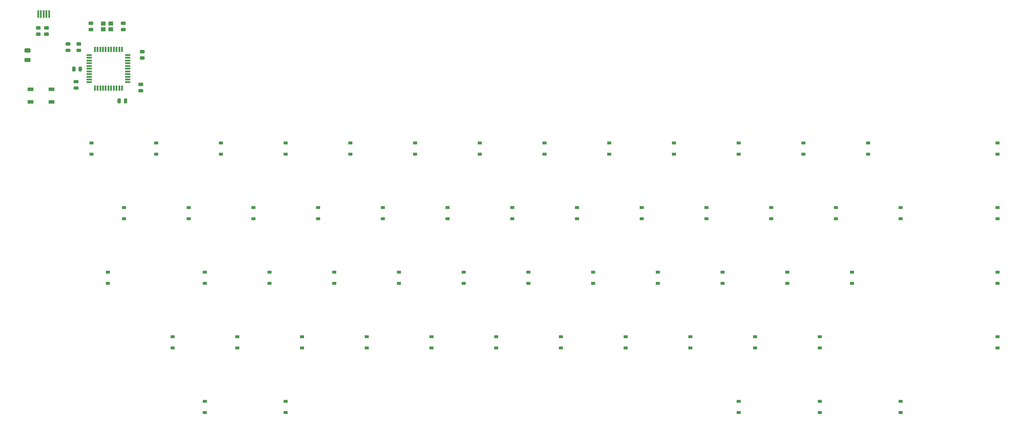
<source format=gbp>
G04 #@! TF.GenerationSoftware,KiCad,Pcbnew,(5.1.4)-1*
G04 #@! TF.CreationDate,2021-08-06T15:59:48-05:00*
G04 #@! TF.ProjectId,keyboard,6b657962-6f61-4726-942e-6b696361645f,rev?*
G04 #@! TF.SameCoordinates,Original*
G04 #@! TF.FileFunction,Paste,Bot*
G04 #@! TF.FilePolarity,Positive*
%FSLAX46Y46*%
G04 Gerber Fmt 4.6, Leading zero omitted, Abs format (unit mm)*
G04 Created by KiCad (PCBNEW (5.1.4)-1) date 2021-08-06 15:59:48*
%MOMM*%
%LPD*%
G04 APERTURE LIST*
%ADD10R,1.400000X1.200000*%
%ADD11R,0.500000X2.250000*%
%ADD12R,0.550000X1.500000*%
%ADD13R,1.500000X0.550000*%
%ADD14R,1.800000X1.100000*%
%ADD15C,0.100000*%
%ADD16C,0.975000*%
%ADD17C,1.250000*%
%ADD18R,1.200000X0.900000*%
G04 APERTURE END LIST*
D10*
X107081500Y-88272250D03*
X104881500Y-88272250D03*
X104881500Y-89972250D03*
X107081500Y-89972250D03*
D11*
X85712500Y-85462500D03*
X86512500Y-85462500D03*
X87312500Y-85462500D03*
X88112500Y-85462500D03*
X88912500Y-85462500D03*
D12*
X102362500Y-107300000D03*
X103162500Y-107300000D03*
X103962500Y-107300000D03*
X104762500Y-107300000D03*
X105562500Y-107300000D03*
X106362500Y-107300000D03*
X107162500Y-107300000D03*
X107962500Y-107300000D03*
X108762500Y-107300000D03*
X109562500Y-107300000D03*
X110362500Y-107300000D03*
D13*
X112062500Y-105600000D03*
X112062500Y-104800000D03*
X112062500Y-104000000D03*
X112062500Y-103200000D03*
X112062500Y-102400000D03*
X112062500Y-101600000D03*
X112062500Y-100800000D03*
X112062500Y-100000000D03*
X112062500Y-99200000D03*
X112062500Y-98400000D03*
X112062500Y-97600000D03*
D12*
X110362500Y-95900000D03*
X109562500Y-95900000D03*
X108762500Y-95900000D03*
X107962500Y-95900000D03*
X107162500Y-95900000D03*
X106362500Y-95900000D03*
X105562500Y-95900000D03*
X104762500Y-95900000D03*
X103962500Y-95900000D03*
X103162500Y-95900000D03*
X102362500Y-95900000D03*
D13*
X100662500Y-97600000D03*
X100662500Y-98400000D03*
X100662500Y-99200000D03*
X100662500Y-100000000D03*
X100662500Y-100800000D03*
X100662500Y-101600000D03*
X100662500Y-102400000D03*
X100662500Y-103200000D03*
X100662500Y-104000000D03*
X100662500Y-104800000D03*
X100662500Y-105600000D03*
D14*
X89618750Y-111387500D03*
X83418750Y-107687500D03*
X89618750Y-107687500D03*
X83418750Y-111387500D03*
D15*
G36*
X116367642Y-105732424D02*
G01*
X116391303Y-105735934D01*
X116414507Y-105741746D01*
X116437029Y-105749804D01*
X116458653Y-105760032D01*
X116479170Y-105772329D01*
X116498383Y-105786579D01*
X116516107Y-105802643D01*
X116532171Y-105820367D01*
X116546421Y-105839580D01*
X116558718Y-105860097D01*
X116568946Y-105881721D01*
X116577004Y-105904243D01*
X116582816Y-105927447D01*
X116586326Y-105951108D01*
X116587500Y-105975000D01*
X116587500Y-106462500D01*
X116586326Y-106486392D01*
X116582816Y-106510053D01*
X116577004Y-106533257D01*
X116568946Y-106555779D01*
X116558718Y-106577403D01*
X116546421Y-106597920D01*
X116532171Y-106617133D01*
X116516107Y-106634857D01*
X116498383Y-106650921D01*
X116479170Y-106665171D01*
X116458653Y-106677468D01*
X116437029Y-106687696D01*
X116414507Y-106695754D01*
X116391303Y-106701566D01*
X116367642Y-106705076D01*
X116343750Y-106706250D01*
X115431250Y-106706250D01*
X115407358Y-106705076D01*
X115383697Y-106701566D01*
X115360493Y-106695754D01*
X115337971Y-106687696D01*
X115316347Y-106677468D01*
X115295830Y-106665171D01*
X115276617Y-106650921D01*
X115258893Y-106634857D01*
X115242829Y-106617133D01*
X115228579Y-106597920D01*
X115216282Y-106577403D01*
X115206054Y-106555779D01*
X115197996Y-106533257D01*
X115192184Y-106510053D01*
X115188674Y-106486392D01*
X115187500Y-106462500D01*
X115187500Y-105975000D01*
X115188674Y-105951108D01*
X115192184Y-105927447D01*
X115197996Y-105904243D01*
X115206054Y-105881721D01*
X115216282Y-105860097D01*
X115228579Y-105839580D01*
X115242829Y-105820367D01*
X115258893Y-105802643D01*
X115276617Y-105786579D01*
X115295830Y-105772329D01*
X115316347Y-105760032D01*
X115337971Y-105749804D01*
X115360493Y-105741746D01*
X115383697Y-105735934D01*
X115407358Y-105732424D01*
X115431250Y-105731250D01*
X116343750Y-105731250D01*
X116367642Y-105732424D01*
X116367642Y-105732424D01*
G37*
D16*
X115887500Y-106218750D03*
D15*
G36*
X116367642Y-107607424D02*
G01*
X116391303Y-107610934D01*
X116414507Y-107616746D01*
X116437029Y-107624804D01*
X116458653Y-107635032D01*
X116479170Y-107647329D01*
X116498383Y-107661579D01*
X116516107Y-107677643D01*
X116532171Y-107695367D01*
X116546421Y-107714580D01*
X116558718Y-107735097D01*
X116568946Y-107756721D01*
X116577004Y-107779243D01*
X116582816Y-107802447D01*
X116586326Y-107826108D01*
X116587500Y-107850000D01*
X116587500Y-108337500D01*
X116586326Y-108361392D01*
X116582816Y-108385053D01*
X116577004Y-108408257D01*
X116568946Y-108430779D01*
X116558718Y-108452403D01*
X116546421Y-108472920D01*
X116532171Y-108492133D01*
X116516107Y-108509857D01*
X116498383Y-108525921D01*
X116479170Y-108540171D01*
X116458653Y-108552468D01*
X116437029Y-108562696D01*
X116414507Y-108570754D01*
X116391303Y-108576566D01*
X116367642Y-108580076D01*
X116343750Y-108581250D01*
X115431250Y-108581250D01*
X115407358Y-108580076D01*
X115383697Y-108576566D01*
X115360493Y-108570754D01*
X115337971Y-108562696D01*
X115316347Y-108552468D01*
X115295830Y-108540171D01*
X115276617Y-108525921D01*
X115258893Y-108509857D01*
X115242829Y-108492133D01*
X115228579Y-108472920D01*
X115216282Y-108452403D01*
X115206054Y-108430779D01*
X115197996Y-108408257D01*
X115192184Y-108385053D01*
X115188674Y-108361392D01*
X115187500Y-108337500D01*
X115187500Y-107850000D01*
X115188674Y-107826108D01*
X115192184Y-107802447D01*
X115197996Y-107779243D01*
X115206054Y-107756721D01*
X115216282Y-107735097D01*
X115228579Y-107714580D01*
X115242829Y-107695367D01*
X115258893Y-107677643D01*
X115276617Y-107661579D01*
X115295830Y-107647329D01*
X115316347Y-107635032D01*
X115337971Y-107624804D01*
X115360493Y-107616746D01*
X115383697Y-107610934D01*
X115407358Y-107607424D01*
X115431250Y-107606250D01*
X116343750Y-107606250D01*
X116367642Y-107607424D01*
X116367642Y-107607424D01*
G37*
D16*
X115887500Y-108093750D03*
D15*
G36*
X94936392Y-95701174D02*
G01*
X94960053Y-95704684D01*
X94983257Y-95710496D01*
X95005779Y-95718554D01*
X95027403Y-95728782D01*
X95047920Y-95741079D01*
X95067133Y-95755329D01*
X95084857Y-95771393D01*
X95100921Y-95789117D01*
X95115171Y-95808330D01*
X95127468Y-95828847D01*
X95137696Y-95850471D01*
X95145754Y-95872993D01*
X95151566Y-95896197D01*
X95155076Y-95919858D01*
X95156250Y-95943750D01*
X95156250Y-96431250D01*
X95155076Y-96455142D01*
X95151566Y-96478803D01*
X95145754Y-96502007D01*
X95137696Y-96524529D01*
X95127468Y-96546153D01*
X95115171Y-96566670D01*
X95100921Y-96585883D01*
X95084857Y-96603607D01*
X95067133Y-96619671D01*
X95047920Y-96633921D01*
X95027403Y-96646218D01*
X95005779Y-96656446D01*
X94983257Y-96664504D01*
X94960053Y-96670316D01*
X94936392Y-96673826D01*
X94912500Y-96675000D01*
X94000000Y-96675000D01*
X93976108Y-96673826D01*
X93952447Y-96670316D01*
X93929243Y-96664504D01*
X93906721Y-96656446D01*
X93885097Y-96646218D01*
X93864580Y-96633921D01*
X93845367Y-96619671D01*
X93827643Y-96603607D01*
X93811579Y-96585883D01*
X93797329Y-96566670D01*
X93785032Y-96546153D01*
X93774804Y-96524529D01*
X93766746Y-96502007D01*
X93760934Y-96478803D01*
X93757424Y-96455142D01*
X93756250Y-96431250D01*
X93756250Y-95943750D01*
X93757424Y-95919858D01*
X93760934Y-95896197D01*
X93766746Y-95872993D01*
X93774804Y-95850471D01*
X93785032Y-95828847D01*
X93797329Y-95808330D01*
X93811579Y-95789117D01*
X93827643Y-95771393D01*
X93845367Y-95755329D01*
X93864580Y-95741079D01*
X93885097Y-95728782D01*
X93906721Y-95718554D01*
X93929243Y-95710496D01*
X93952447Y-95704684D01*
X93976108Y-95701174D01*
X94000000Y-95700000D01*
X94912500Y-95700000D01*
X94936392Y-95701174D01*
X94936392Y-95701174D01*
G37*
D16*
X94456250Y-96187500D03*
D15*
G36*
X94936392Y-93826174D02*
G01*
X94960053Y-93829684D01*
X94983257Y-93835496D01*
X95005779Y-93843554D01*
X95027403Y-93853782D01*
X95047920Y-93866079D01*
X95067133Y-93880329D01*
X95084857Y-93896393D01*
X95100921Y-93914117D01*
X95115171Y-93933330D01*
X95127468Y-93953847D01*
X95137696Y-93975471D01*
X95145754Y-93997993D01*
X95151566Y-94021197D01*
X95155076Y-94044858D01*
X95156250Y-94068750D01*
X95156250Y-94556250D01*
X95155076Y-94580142D01*
X95151566Y-94603803D01*
X95145754Y-94627007D01*
X95137696Y-94649529D01*
X95127468Y-94671153D01*
X95115171Y-94691670D01*
X95100921Y-94710883D01*
X95084857Y-94728607D01*
X95067133Y-94744671D01*
X95047920Y-94758921D01*
X95027403Y-94771218D01*
X95005779Y-94781446D01*
X94983257Y-94789504D01*
X94960053Y-94795316D01*
X94936392Y-94798826D01*
X94912500Y-94800000D01*
X94000000Y-94800000D01*
X93976108Y-94798826D01*
X93952447Y-94795316D01*
X93929243Y-94789504D01*
X93906721Y-94781446D01*
X93885097Y-94771218D01*
X93864580Y-94758921D01*
X93845367Y-94744671D01*
X93827643Y-94728607D01*
X93811579Y-94710883D01*
X93797329Y-94691670D01*
X93785032Y-94671153D01*
X93774804Y-94649529D01*
X93766746Y-94627007D01*
X93760934Y-94603803D01*
X93757424Y-94580142D01*
X93756250Y-94556250D01*
X93756250Y-94068750D01*
X93757424Y-94044858D01*
X93760934Y-94021197D01*
X93766746Y-93997993D01*
X93774804Y-93975471D01*
X93785032Y-93953847D01*
X93797329Y-93933330D01*
X93811579Y-93914117D01*
X93827643Y-93896393D01*
X93845367Y-93880329D01*
X93864580Y-93866079D01*
X93885097Y-93853782D01*
X93906721Y-93843554D01*
X93929243Y-93835496D01*
X93952447Y-93829684D01*
X93976108Y-93826174D01*
X94000000Y-93825000D01*
X94912500Y-93825000D01*
X94936392Y-93826174D01*
X94936392Y-93826174D01*
G37*
D16*
X94456250Y-94312500D03*
D15*
G36*
X88586392Y-89063674D02*
G01*
X88610053Y-89067184D01*
X88633257Y-89072996D01*
X88655779Y-89081054D01*
X88677403Y-89091282D01*
X88697920Y-89103579D01*
X88717133Y-89117829D01*
X88734857Y-89133893D01*
X88750921Y-89151617D01*
X88765171Y-89170830D01*
X88777468Y-89191347D01*
X88787696Y-89212971D01*
X88795754Y-89235493D01*
X88801566Y-89258697D01*
X88805076Y-89282358D01*
X88806250Y-89306250D01*
X88806250Y-89793750D01*
X88805076Y-89817642D01*
X88801566Y-89841303D01*
X88795754Y-89864507D01*
X88787696Y-89887029D01*
X88777468Y-89908653D01*
X88765171Y-89929170D01*
X88750921Y-89948383D01*
X88734857Y-89966107D01*
X88717133Y-89982171D01*
X88697920Y-89996421D01*
X88677403Y-90008718D01*
X88655779Y-90018946D01*
X88633257Y-90027004D01*
X88610053Y-90032816D01*
X88586392Y-90036326D01*
X88562500Y-90037500D01*
X87650000Y-90037500D01*
X87626108Y-90036326D01*
X87602447Y-90032816D01*
X87579243Y-90027004D01*
X87556721Y-90018946D01*
X87535097Y-90008718D01*
X87514580Y-89996421D01*
X87495367Y-89982171D01*
X87477643Y-89966107D01*
X87461579Y-89948383D01*
X87447329Y-89929170D01*
X87435032Y-89908653D01*
X87424804Y-89887029D01*
X87416746Y-89864507D01*
X87410934Y-89841303D01*
X87407424Y-89817642D01*
X87406250Y-89793750D01*
X87406250Y-89306250D01*
X87407424Y-89282358D01*
X87410934Y-89258697D01*
X87416746Y-89235493D01*
X87424804Y-89212971D01*
X87435032Y-89191347D01*
X87447329Y-89170830D01*
X87461579Y-89151617D01*
X87477643Y-89133893D01*
X87495367Y-89117829D01*
X87514580Y-89103579D01*
X87535097Y-89091282D01*
X87556721Y-89081054D01*
X87579243Y-89072996D01*
X87602447Y-89067184D01*
X87626108Y-89063674D01*
X87650000Y-89062500D01*
X88562500Y-89062500D01*
X88586392Y-89063674D01*
X88586392Y-89063674D01*
G37*
D16*
X88106250Y-89550000D03*
D15*
G36*
X88586392Y-90938674D02*
G01*
X88610053Y-90942184D01*
X88633257Y-90947996D01*
X88655779Y-90956054D01*
X88677403Y-90966282D01*
X88697920Y-90978579D01*
X88717133Y-90992829D01*
X88734857Y-91008893D01*
X88750921Y-91026617D01*
X88765171Y-91045830D01*
X88777468Y-91066347D01*
X88787696Y-91087971D01*
X88795754Y-91110493D01*
X88801566Y-91133697D01*
X88805076Y-91157358D01*
X88806250Y-91181250D01*
X88806250Y-91668750D01*
X88805076Y-91692642D01*
X88801566Y-91716303D01*
X88795754Y-91739507D01*
X88787696Y-91762029D01*
X88777468Y-91783653D01*
X88765171Y-91804170D01*
X88750921Y-91823383D01*
X88734857Y-91841107D01*
X88717133Y-91857171D01*
X88697920Y-91871421D01*
X88677403Y-91883718D01*
X88655779Y-91893946D01*
X88633257Y-91902004D01*
X88610053Y-91907816D01*
X88586392Y-91911326D01*
X88562500Y-91912500D01*
X87650000Y-91912500D01*
X87626108Y-91911326D01*
X87602447Y-91907816D01*
X87579243Y-91902004D01*
X87556721Y-91893946D01*
X87535097Y-91883718D01*
X87514580Y-91871421D01*
X87495367Y-91857171D01*
X87477643Y-91841107D01*
X87461579Y-91823383D01*
X87447329Y-91804170D01*
X87435032Y-91783653D01*
X87424804Y-91762029D01*
X87416746Y-91739507D01*
X87410934Y-91716303D01*
X87407424Y-91692642D01*
X87406250Y-91668750D01*
X87406250Y-91181250D01*
X87407424Y-91157358D01*
X87410934Y-91133697D01*
X87416746Y-91110493D01*
X87424804Y-91087971D01*
X87435032Y-91066347D01*
X87447329Y-91045830D01*
X87461579Y-91026617D01*
X87477643Y-91008893D01*
X87495367Y-90992829D01*
X87514580Y-90978579D01*
X87535097Y-90966282D01*
X87556721Y-90956054D01*
X87579243Y-90947996D01*
X87602447Y-90942184D01*
X87626108Y-90938674D01*
X87650000Y-90937500D01*
X88562500Y-90937500D01*
X88586392Y-90938674D01*
X88586392Y-90938674D01*
G37*
D16*
X88106250Y-91425000D03*
D15*
G36*
X86205142Y-89063674D02*
G01*
X86228803Y-89067184D01*
X86252007Y-89072996D01*
X86274529Y-89081054D01*
X86296153Y-89091282D01*
X86316670Y-89103579D01*
X86335883Y-89117829D01*
X86353607Y-89133893D01*
X86369671Y-89151617D01*
X86383921Y-89170830D01*
X86396218Y-89191347D01*
X86406446Y-89212971D01*
X86414504Y-89235493D01*
X86420316Y-89258697D01*
X86423826Y-89282358D01*
X86425000Y-89306250D01*
X86425000Y-89793750D01*
X86423826Y-89817642D01*
X86420316Y-89841303D01*
X86414504Y-89864507D01*
X86406446Y-89887029D01*
X86396218Y-89908653D01*
X86383921Y-89929170D01*
X86369671Y-89948383D01*
X86353607Y-89966107D01*
X86335883Y-89982171D01*
X86316670Y-89996421D01*
X86296153Y-90008718D01*
X86274529Y-90018946D01*
X86252007Y-90027004D01*
X86228803Y-90032816D01*
X86205142Y-90036326D01*
X86181250Y-90037500D01*
X85268750Y-90037500D01*
X85244858Y-90036326D01*
X85221197Y-90032816D01*
X85197993Y-90027004D01*
X85175471Y-90018946D01*
X85153847Y-90008718D01*
X85133330Y-89996421D01*
X85114117Y-89982171D01*
X85096393Y-89966107D01*
X85080329Y-89948383D01*
X85066079Y-89929170D01*
X85053782Y-89908653D01*
X85043554Y-89887029D01*
X85035496Y-89864507D01*
X85029684Y-89841303D01*
X85026174Y-89817642D01*
X85025000Y-89793750D01*
X85025000Y-89306250D01*
X85026174Y-89282358D01*
X85029684Y-89258697D01*
X85035496Y-89235493D01*
X85043554Y-89212971D01*
X85053782Y-89191347D01*
X85066079Y-89170830D01*
X85080329Y-89151617D01*
X85096393Y-89133893D01*
X85114117Y-89117829D01*
X85133330Y-89103579D01*
X85153847Y-89091282D01*
X85175471Y-89081054D01*
X85197993Y-89072996D01*
X85221197Y-89067184D01*
X85244858Y-89063674D01*
X85268750Y-89062500D01*
X86181250Y-89062500D01*
X86205142Y-89063674D01*
X86205142Y-89063674D01*
G37*
D16*
X85725000Y-89550000D03*
D15*
G36*
X86205142Y-90938674D02*
G01*
X86228803Y-90942184D01*
X86252007Y-90947996D01*
X86274529Y-90956054D01*
X86296153Y-90966282D01*
X86316670Y-90978579D01*
X86335883Y-90992829D01*
X86353607Y-91008893D01*
X86369671Y-91026617D01*
X86383921Y-91045830D01*
X86396218Y-91066347D01*
X86406446Y-91087971D01*
X86414504Y-91110493D01*
X86420316Y-91133697D01*
X86423826Y-91157358D01*
X86425000Y-91181250D01*
X86425000Y-91668750D01*
X86423826Y-91692642D01*
X86420316Y-91716303D01*
X86414504Y-91739507D01*
X86406446Y-91762029D01*
X86396218Y-91783653D01*
X86383921Y-91804170D01*
X86369671Y-91823383D01*
X86353607Y-91841107D01*
X86335883Y-91857171D01*
X86316670Y-91871421D01*
X86296153Y-91883718D01*
X86274529Y-91893946D01*
X86252007Y-91902004D01*
X86228803Y-91907816D01*
X86205142Y-91911326D01*
X86181250Y-91912500D01*
X85268750Y-91912500D01*
X85244858Y-91911326D01*
X85221197Y-91907816D01*
X85197993Y-91902004D01*
X85175471Y-91893946D01*
X85153847Y-91883718D01*
X85133330Y-91871421D01*
X85114117Y-91857171D01*
X85096393Y-91841107D01*
X85080329Y-91823383D01*
X85066079Y-91804170D01*
X85053782Y-91783653D01*
X85043554Y-91762029D01*
X85035496Y-91739507D01*
X85029684Y-91716303D01*
X85026174Y-91692642D01*
X85025000Y-91668750D01*
X85025000Y-91181250D01*
X85026174Y-91157358D01*
X85029684Y-91133697D01*
X85035496Y-91110493D01*
X85043554Y-91087971D01*
X85053782Y-91066347D01*
X85066079Y-91045830D01*
X85080329Y-91026617D01*
X85096393Y-91008893D01*
X85114117Y-90992829D01*
X85133330Y-90978579D01*
X85153847Y-90966282D01*
X85175471Y-90956054D01*
X85197993Y-90947996D01*
X85221197Y-90942184D01*
X85244858Y-90938674D01*
X85268750Y-90937500D01*
X86181250Y-90937500D01*
X86205142Y-90938674D01*
X86205142Y-90938674D01*
G37*
D16*
X85725000Y-91425000D03*
D15*
G36*
X83199504Y-95607454D02*
G01*
X83223773Y-95611054D01*
X83247571Y-95617015D01*
X83270671Y-95625280D01*
X83292849Y-95635770D01*
X83313893Y-95648383D01*
X83333598Y-95662997D01*
X83351777Y-95679473D01*
X83368253Y-95697652D01*
X83382867Y-95717357D01*
X83395480Y-95738401D01*
X83405970Y-95760579D01*
X83414235Y-95783679D01*
X83420196Y-95807477D01*
X83423796Y-95831746D01*
X83425000Y-95856250D01*
X83425000Y-96606250D01*
X83423796Y-96630754D01*
X83420196Y-96655023D01*
X83414235Y-96678821D01*
X83405970Y-96701921D01*
X83395480Y-96724099D01*
X83382867Y-96745143D01*
X83368253Y-96764848D01*
X83351777Y-96783027D01*
X83333598Y-96799503D01*
X83313893Y-96814117D01*
X83292849Y-96826730D01*
X83270671Y-96837220D01*
X83247571Y-96845485D01*
X83223773Y-96851446D01*
X83199504Y-96855046D01*
X83175000Y-96856250D01*
X81925000Y-96856250D01*
X81900496Y-96855046D01*
X81876227Y-96851446D01*
X81852429Y-96845485D01*
X81829329Y-96837220D01*
X81807151Y-96826730D01*
X81786107Y-96814117D01*
X81766402Y-96799503D01*
X81748223Y-96783027D01*
X81731747Y-96764848D01*
X81717133Y-96745143D01*
X81704520Y-96724099D01*
X81694030Y-96701921D01*
X81685765Y-96678821D01*
X81679804Y-96655023D01*
X81676204Y-96630754D01*
X81675000Y-96606250D01*
X81675000Y-95856250D01*
X81676204Y-95831746D01*
X81679804Y-95807477D01*
X81685765Y-95783679D01*
X81694030Y-95760579D01*
X81704520Y-95738401D01*
X81717133Y-95717357D01*
X81731747Y-95697652D01*
X81748223Y-95679473D01*
X81766402Y-95662997D01*
X81786107Y-95648383D01*
X81807151Y-95635770D01*
X81829329Y-95625280D01*
X81852429Y-95617015D01*
X81876227Y-95611054D01*
X81900496Y-95607454D01*
X81925000Y-95606250D01*
X83175000Y-95606250D01*
X83199504Y-95607454D01*
X83199504Y-95607454D01*
G37*
D17*
X82550000Y-96231250D03*
D15*
G36*
X83199504Y-98407454D02*
G01*
X83223773Y-98411054D01*
X83247571Y-98417015D01*
X83270671Y-98425280D01*
X83292849Y-98435770D01*
X83313893Y-98448383D01*
X83333598Y-98462997D01*
X83351777Y-98479473D01*
X83368253Y-98497652D01*
X83382867Y-98517357D01*
X83395480Y-98538401D01*
X83405970Y-98560579D01*
X83414235Y-98583679D01*
X83420196Y-98607477D01*
X83423796Y-98631746D01*
X83425000Y-98656250D01*
X83425000Y-99406250D01*
X83423796Y-99430754D01*
X83420196Y-99455023D01*
X83414235Y-99478821D01*
X83405970Y-99501921D01*
X83395480Y-99524099D01*
X83382867Y-99545143D01*
X83368253Y-99564848D01*
X83351777Y-99583027D01*
X83333598Y-99599503D01*
X83313893Y-99614117D01*
X83292849Y-99626730D01*
X83270671Y-99637220D01*
X83247571Y-99645485D01*
X83223773Y-99651446D01*
X83199504Y-99655046D01*
X83175000Y-99656250D01*
X81925000Y-99656250D01*
X81900496Y-99655046D01*
X81876227Y-99651446D01*
X81852429Y-99645485D01*
X81829329Y-99637220D01*
X81807151Y-99626730D01*
X81786107Y-99614117D01*
X81766402Y-99599503D01*
X81748223Y-99583027D01*
X81731747Y-99564848D01*
X81717133Y-99545143D01*
X81704520Y-99524099D01*
X81694030Y-99501921D01*
X81685765Y-99478821D01*
X81679804Y-99455023D01*
X81676204Y-99430754D01*
X81675000Y-99406250D01*
X81675000Y-98656250D01*
X81676204Y-98631746D01*
X81679804Y-98607477D01*
X81685765Y-98583679D01*
X81694030Y-98560579D01*
X81704520Y-98538401D01*
X81717133Y-98517357D01*
X81731747Y-98497652D01*
X81748223Y-98479473D01*
X81766402Y-98462997D01*
X81786107Y-98448383D01*
X81807151Y-98435770D01*
X81829329Y-98425280D01*
X81852429Y-98417015D01*
X81876227Y-98411054D01*
X81900496Y-98407454D01*
X81925000Y-98406250D01*
X83175000Y-98406250D01*
X83199504Y-98407454D01*
X83199504Y-98407454D01*
G37*
D17*
X82550000Y-99031250D03*
D15*
G36*
X96453392Y-100996424D02*
G01*
X96477053Y-100999934D01*
X96500257Y-101005746D01*
X96522779Y-101013804D01*
X96544403Y-101024032D01*
X96564920Y-101036329D01*
X96584133Y-101050579D01*
X96601857Y-101066643D01*
X96617921Y-101084367D01*
X96632171Y-101103580D01*
X96644468Y-101124097D01*
X96654696Y-101145721D01*
X96662754Y-101168243D01*
X96668566Y-101191447D01*
X96672076Y-101215108D01*
X96673250Y-101239000D01*
X96673250Y-102151500D01*
X96672076Y-102175392D01*
X96668566Y-102199053D01*
X96662754Y-102222257D01*
X96654696Y-102244779D01*
X96644468Y-102266403D01*
X96632171Y-102286920D01*
X96617921Y-102306133D01*
X96601857Y-102323857D01*
X96584133Y-102339921D01*
X96564920Y-102354171D01*
X96544403Y-102366468D01*
X96522779Y-102376696D01*
X96500257Y-102384754D01*
X96477053Y-102390566D01*
X96453392Y-102394076D01*
X96429500Y-102395250D01*
X95942000Y-102395250D01*
X95918108Y-102394076D01*
X95894447Y-102390566D01*
X95871243Y-102384754D01*
X95848721Y-102376696D01*
X95827097Y-102366468D01*
X95806580Y-102354171D01*
X95787367Y-102339921D01*
X95769643Y-102323857D01*
X95753579Y-102306133D01*
X95739329Y-102286920D01*
X95727032Y-102266403D01*
X95716804Y-102244779D01*
X95708746Y-102222257D01*
X95702934Y-102199053D01*
X95699424Y-102175392D01*
X95698250Y-102151500D01*
X95698250Y-101239000D01*
X95699424Y-101215108D01*
X95702934Y-101191447D01*
X95708746Y-101168243D01*
X95716804Y-101145721D01*
X95727032Y-101124097D01*
X95739329Y-101103580D01*
X95753579Y-101084367D01*
X95769643Y-101066643D01*
X95787367Y-101050579D01*
X95806580Y-101036329D01*
X95827097Y-101024032D01*
X95848721Y-101013804D01*
X95871243Y-101005746D01*
X95894447Y-100999934D01*
X95918108Y-100996424D01*
X95942000Y-100995250D01*
X96429500Y-100995250D01*
X96453392Y-100996424D01*
X96453392Y-100996424D01*
G37*
D16*
X96185750Y-101695250D03*
D15*
G36*
X98328392Y-100996424D02*
G01*
X98352053Y-100999934D01*
X98375257Y-101005746D01*
X98397779Y-101013804D01*
X98419403Y-101024032D01*
X98439920Y-101036329D01*
X98459133Y-101050579D01*
X98476857Y-101066643D01*
X98492921Y-101084367D01*
X98507171Y-101103580D01*
X98519468Y-101124097D01*
X98529696Y-101145721D01*
X98537754Y-101168243D01*
X98543566Y-101191447D01*
X98547076Y-101215108D01*
X98548250Y-101239000D01*
X98548250Y-102151500D01*
X98547076Y-102175392D01*
X98543566Y-102199053D01*
X98537754Y-102222257D01*
X98529696Y-102244779D01*
X98519468Y-102266403D01*
X98507171Y-102286920D01*
X98492921Y-102306133D01*
X98476857Y-102323857D01*
X98459133Y-102339921D01*
X98439920Y-102354171D01*
X98419403Y-102366468D01*
X98397779Y-102376696D01*
X98375257Y-102384754D01*
X98352053Y-102390566D01*
X98328392Y-102394076D01*
X98304500Y-102395250D01*
X97817000Y-102395250D01*
X97793108Y-102394076D01*
X97769447Y-102390566D01*
X97746243Y-102384754D01*
X97723721Y-102376696D01*
X97702097Y-102366468D01*
X97681580Y-102354171D01*
X97662367Y-102339921D01*
X97644643Y-102323857D01*
X97628579Y-102306133D01*
X97614329Y-102286920D01*
X97602032Y-102266403D01*
X97591804Y-102244779D01*
X97583746Y-102222257D01*
X97577934Y-102199053D01*
X97574424Y-102175392D01*
X97573250Y-102151500D01*
X97573250Y-101239000D01*
X97574424Y-101215108D01*
X97577934Y-101191447D01*
X97583746Y-101168243D01*
X97591804Y-101145721D01*
X97602032Y-101124097D01*
X97614329Y-101103580D01*
X97628579Y-101084367D01*
X97644643Y-101066643D01*
X97662367Y-101050579D01*
X97681580Y-101036329D01*
X97702097Y-101024032D01*
X97723721Y-101013804D01*
X97746243Y-101005746D01*
X97769447Y-100999934D01*
X97793108Y-100996424D01*
X97817000Y-100995250D01*
X98304500Y-100995250D01*
X98328392Y-100996424D01*
X98328392Y-100996424D01*
G37*
D16*
X98060750Y-101695250D03*
D15*
G36*
X101699142Y-87698424D02*
G01*
X101722803Y-87701934D01*
X101746007Y-87707746D01*
X101768529Y-87715804D01*
X101790153Y-87726032D01*
X101810670Y-87738329D01*
X101829883Y-87752579D01*
X101847607Y-87768643D01*
X101863671Y-87786367D01*
X101877921Y-87805580D01*
X101890218Y-87826097D01*
X101900446Y-87847721D01*
X101908504Y-87870243D01*
X101914316Y-87893447D01*
X101917826Y-87917108D01*
X101919000Y-87941000D01*
X101919000Y-88428500D01*
X101917826Y-88452392D01*
X101914316Y-88476053D01*
X101908504Y-88499257D01*
X101900446Y-88521779D01*
X101890218Y-88543403D01*
X101877921Y-88563920D01*
X101863671Y-88583133D01*
X101847607Y-88600857D01*
X101829883Y-88616921D01*
X101810670Y-88631171D01*
X101790153Y-88643468D01*
X101768529Y-88653696D01*
X101746007Y-88661754D01*
X101722803Y-88667566D01*
X101699142Y-88671076D01*
X101675250Y-88672250D01*
X100762750Y-88672250D01*
X100738858Y-88671076D01*
X100715197Y-88667566D01*
X100691993Y-88661754D01*
X100669471Y-88653696D01*
X100647847Y-88643468D01*
X100627330Y-88631171D01*
X100608117Y-88616921D01*
X100590393Y-88600857D01*
X100574329Y-88583133D01*
X100560079Y-88563920D01*
X100547782Y-88543403D01*
X100537554Y-88521779D01*
X100529496Y-88499257D01*
X100523684Y-88476053D01*
X100520174Y-88452392D01*
X100519000Y-88428500D01*
X100519000Y-87941000D01*
X100520174Y-87917108D01*
X100523684Y-87893447D01*
X100529496Y-87870243D01*
X100537554Y-87847721D01*
X100547782Y-87826097D01*
X100560079Y-87805580D01*
X100574329Y-87786367D01*
X100590393Y-87768643D01*
X100608117Y-87752579D01*
X100627330Y-87738329D01*
X100647847Y-87726032D01*
X100669471Y-87715804D01*
X100691993Y-87707746D01*
X100715197Y-87701934D01*
X100738858Y-87698424D01*
X100762750Y-87697250D01*
X101675250Y-87697250D01*
X101699142Y-87698424D01*
X101699142Y-87698424D01*
G37*
D16*
X101219000Y-88184750D03*
D15*
G36*
X101699142Y-89573424D02*
G01*
X101722803Y-89576934D01*
X101746007Y-89582746D01*
X101768529Y-89590804D01*
X101790153Y-89601032D01*
X101810670Y-89613329D01*
X101829883Y-89627579D01*
X101847607Y-89643643D01*
X101863671Y-89661367D01*
X101877921Y-89680580D01*
X101890218Y-89701097D01*
X101900446Y-89722721D01*
X101908504Y-89745243D01*
X101914316Y-89768447D01*
X101917826Y-89792108D01*
X101919000Y-89816000D01*
X101919000Y-90303500D01*
X101917826Y-90327392D01*
X101914316Y-90351053D01*
X101908504Y-90374257D01*
X101900446Y-90396779D01*
X101890218Y-90418403D01*
X101877921Y-90438920D01*
X101863671Y-90458133D01*
X101847607Y-90475857D01*
X101829883Y-90491921D01*
X101810670Y-90506171D01*
X101790153Y-90518468D01*
X101768529Y-90528696D01*
X101746007Y-90536754D01*
X101722803Y-90542566D01*
X101699142Y-90546076D01*
X101675250Y-90547250D01*
X100762750Y-90547250D01*
X100738858Y-90546076D01*
X100715197Y-90542566D01*
X100691993Y-90536754D01*
X100669471Y-90528696D01*
X100647847Y-90518468D01*
X100627330Y-90506171D01*
X100608117Y-90491921D01*
X100590393Y-90475857D01*
X100574329Y-90458133D01*
X100560079Y-90438920D01*
X100547782Y-90418403D01*
X100537554Y-90396779D01*
X100529496Y-90374257D01*
X100523684Y-90351053D01*
X100520174Y-90327392D01*
X100519000Y-90303500D01*
X100519000Y-89816000D01*
X100520174Y-89792108D01*
X100523684Y-89768447D01*
X100529496Y-89745243D01*
X100537554Y-89722721D01*
X100547782Y-89701097D01*
X100560079Y-89680580D01*
X100574329Y-89661367D01*
X100590393Y-89643643D01*
X100608117Y-89627579D01*
X100627330Y-89613329D01*
X100647847Y-89601032D01*
X100669471Y-89590804D01*
X100691993Y-89582746D01*
X100715197Y-89576934D01*
X100738858Y-89573424D01*
X100762750Y-89572250D01*
X101675250Y-89572250D01*
X101699142Y-89573424D01*
X101699142Y-89573424D01*
G37*
D16*
X101219000Y-90059750D03*
D15*
G36*
X111224142Y-89573424D02*
G01*
X111247803Y-89576934D01*
X111271007Y-89582746D01*
X111293529Y-89590804D01*
X111315153Y-89601032D01*
X111335670Y-89613329D01*
X111354883Y-89627579D01*
X111372607Y-89643643D01*
X111388671Y-89661367D01*
X111402921Y-89680580D01*
X111415218Y-89701097D01*
X111425446Y-89722721D01*
X111433504Y-89745243D01*
X111439316Y-89768447D01*
X111442826Y-89792108D01*
X111444000Y-89816000D01*
X111444000Y-90303500D01*
X111442826Y-90327392D01*
X111439316Y-90351053D01*
X111433504Y-90374257D01*
X111425446Y-90396779D01*
X111415218Y-90418403D01*
X111402921Y-90438920D01*
X111388671Y-90458133D01*
X111372607Y-90475857D01*
X111354883Y-90491921D01*
X111335670Y-90506171D01*
X111315153Y-90518468D01*
X111293529Y-90528696D01*
X111271007Y-90536754D01*
X111247803Y-90542566D01*
X111224142Y-90546076D01*
X111200250Y-90547250D01*
X110287750Y-90547250D01*
X110263858Y-90546076D01*
X110240197Y-90542566D01*
X110216993Y-90536754D01*
X110194471Y-90528696D01*
X110172847Y-90518468D01*
X110152330Y-90506171D01*
X110133117Y-90491921D01*
X110115393Y-90475857D01*
X110099329Y-90458133D01*
X110085079Y-90438920D01*
X110072782Y-90418403D01*
X110062554Y-90396779D01*
X110054496Y-90374257D01*
X110048684Y-90351053D01*
X110045174Y-90327392D01*
X110044000Y-90303500D01*
X110044000Y-89816000D01*
X110045174Y-89792108D01*
X110048684Y-89768447D01*
X110054496Y-89745243D01*
X110062554Y-89722721D01*
X110072782Y-89701097D01*
X110085079Y-89680580D01*
X110099329Y-89661367D01*
X110115393Y-89643643D01*
X110133117Y-89627579D01*
X110152330Y-89613329D01*
X110172847Y-89601032D01*
X110194471Y-89590804D01*
X110216993Y-89582746D01*
X110240197Y-89576934D01*
X110263858Y-89573424D01*
X110287750Y-89572250D01*
X111200250Y-89572250D01*
X111224142Y-89573424D01*
X111224142Y-89573424D01*
G37*
D16*
X110744000Y-90059750D03*
D15*
G36*
X111224142Y-87698424D02*
G01*
X111247803Y-87701934D01*
X111271007Y-87707746D01*
X111293529Y-87715804D01*
X111315153Y-87726032D01*
X111335670Y-87738329D01*
X111354883Y-87752579D01*
X111372607Y-87768643D01*
X111388671Y-87786367D01*
X111402921Y-87805580D01*
X111415218Y-87826097D01*
X111425446Y-87847721D01*
X111433504Y-87870243D01*
X111439316Y-87893447D01*
X111442826Y-87917108D01*
X111444000Y-87941000D01*
X111444000Y-88428500D01*
X111442826Y-88452392D01*
X111439316Y-88476053D01*
X111433504Y-88499257D01*
X111425446Y-88521779D01*
X111415218Y-88543403D01*
X111402921Y-88563920D01*
X111388671Y-88583133D01*
X111372607Y-88600857D01*
X111354883Y-88616921D01*
X111335670Y-88631171D01*
X111315153Y-88643468D01*
X111293529Y-88653696D01*
X111271007Y-88661754D01*
X111247803Y-88667566D01*
X111224142Y-88671076D01*
X111200250Y-88672250D01*
X110287750Y-88672250D01*
X110263858Y-88671076D01*
X110240197Y-88667566D01*
X110216993Y-88661754D01*
X110194471Y-88653696D01*
X110172847Y-88643468D01*
X110152330Y-88631171D01*
X110133117Y-88616921D01*
X110115393Y-88600857D01*
X110099329Y-88583133D01*
X110085079Y-88563920D01*
X110072782Y-88543403D01*
X110062554Y-88521779D01*
X110054496Y-88499257D01*
X110048684Y-88476053D01*
X110045174Y-88452392D01*
X110044000Y-88428500D01*
X110044000Y-87941000D01*
X110045174Y-87917108D01*
X110048684Y-87893447D01*
X110054496Y-87870243D01*
X110062554Y-87847721D01*
X110072782Y-87826097D01*
X110085079Y-87805580D01*
X110099329Y-87786367D01*
X110115393Y-87768643D01*
X110133117Y-87752579D01*
X110152330Y-87738329D01*
X110172847Y-87726032D01*
X110194471Y-87715804D01*
X110216993Y-87707746D01*
X110240197Y-87701934D01*
X110263858Y-87698424D01*
X110287750Y-87697250D01*
X111200250Y-87697250D01*
X111224142Y-87698424D01*
X111224142Y-87698424D01*
G37*
D16*
X110744000Y-88184750D03*
D15*
G36*
X97317642Y-106813674D02*
G01*
X97341303Y-106817184D01*
X97364507Y-106822996D01*
X97387029Y-106831054D01*
X97408653Y-106841282D01*
X97429170Y-106853579D01*
X97448383Y-106867829D01*
X97466107Y-106883893D01*
X97482171Y-106901617D01*
X97496421Y-106920830D01*
X97508718Y-106941347D01*
X97518946Y-106962971D01*
X97527004Y-106985493D01*
X97532816Y-107008697D01*
X97536326Y-107032358D01*
X97537500Y-107056250D01*
X97537500Y-107543750D01*
X97536326Y-107567642D01*
X97532816Y-107591303D01*
X97527004Y-107614507D01*
X97518946Y-107637029D01*
X97508718Y-107658653D01*
X97496421Y-107679170D01*
X97482171Y-107698383D01*
X97466107Y-107716107D01*
X97448383Y-107732171D01*
X97429170Y-107746421D01*
X97408653Y-107758718D01*
X97387029Y-107768946D01*
X97364507Y-107777004D01*
X97341303Y-107782816D01*
X97317642Y-107786326D01*
X97293750Y-107787500D01*
X96381250Y-107787500D01*
X96357358Y-107786326D01*
X96333697Y-107782816D01*
X96310493Y-107777004D01*
X96287971Y-107768946D01*
X96266347Y-107758718D01*
X96245830Y-107746421D01*
X96226617Y-107732171D01*
X96208893Y-107716107D01*
X96192829Y-107698383D01*
X96178579Y-107679170D01*
X96166282Y-107658653D01*
X96156054Y-107637029D01*
X96147996Y-107614507D01*
X96142184Y-107591303D01*
X96138674Y-107567642D01*
X96137500Y-107543750D01*
X96137500Y-107056250D01*
X96138674Y-107032358D01*
X96142184Y-107008697D01*
X96147996Y-106985493D01*
X96156054Y-106962971D01*
X96166282Y-106941347D01*
X96178579Y-106920830D01*
X96192829Y-106901617D01*
X96208893Y-106883893D01*
X96226617Y-106867829D01*
X96245830Y-106853579D01*
X96266347Y-106841282D01*
X96287971Y-106831054D01*
X96310493Y-106822996D01*
X96333697Y-106817184D01*
X96357358Y-106813674D01*
X96381250Y-106812500D01*
X97293750Y-106812500D01*
X97317642Y-106813674D01*
X97317642Y-106813674D01*
G37*
D16*
X96837500Y-107300000D03*
D15*
G36*
X97317642Y-104938674D02*
G01*
X97341303Y-104942184D01*
X97364507Y-104947996D01*
X97387029Y-104956054D01*
X97408653Y-104966282D01*
X97429170Y-104978579D01*
X97448383Y-104992829D01*
X97466107Y-105008893D01*
X97482171Y-105026617D01*
X97496421Y-105045830D01*
X97508718Y-105066347D01*
X97518946Y-105087971D01*
X97527004Y-105110493D01*
X97532816Y-105133697D01*
X97536326Y-105157358D01*
X97537500Y-105181250D01*
X97537500Y-105668750D01*
X97536326Y-105692642D01*
X97532816Y-105716303D01*
X97527004Y-105739507D01*
X97518946Y-105762029D01*
X97508718Y-105783653D01*
X97496421Y-105804170D01*
X97482171Y-105823383D01*
X97466107Y-105841107D01*
X97448383Y-105857171D01*
X97429170Y-105871421D01*
X97408653Y-105883718D01*
X97387029Y-105893946D01*
X97364507Y-105902004D01*
X97341303Y-105907816D01*
X97317642Y-105911326D01*
X97293750Y-105912500D01*
X96381250Y-105912500D01*
X96357358Y-105911326D01*
X96333697Y-105907816D01*
X96310493Y-105902004D01*
X96287971Y-105893946D01*
X96266347Y-105883718D01*
X96245830Y-105871421D01*
X96226617Y-105857171D01*
X96208893Y-105841107D01*
X96192829Y-105823383D01*
X96178579Y-105804170D01*
X96166282Y-105783653D01*
X96156054Y-105762029D01*
X96147996Y-105739507D01*
X96142184Y-105716303D01*
X96138674Y-105692642D01*
X96137500Y-105668750D01*
X96137500Y-105181250D01*
X96138674Y-105157358D01*
X96142184Y-105133697D01*
X96147996Y-105110493D01*
X96156054Y-105087971D01*
X96166282Y-105066347D01*
X96178579Y-105045830D01*
X96192829Y-105026617D01*
X96208893Y-105008893D01*
X96226617Y-104992829D01*
X96245830Y-104978579D01*
X96266347Y-104966282D01*
X96287971Y-104956054D01*
X96310493Y-104947996D01*
X96333697Y-104942184D01*
X96357358Y-104938674D01*
X96381250Y-104937500D01*
X97293750Y-104937500D01*
X97317642Y-104938674D01*
X97317642Y-104938674D01*
G37*
D16*
X96837500Y-105425000D03*
D15*
G36*
X109788392Y-110394424D02*
G01*
X109812053Y-110397934D01*
X109835257Y-110403746D01*
X109857779Y-110411804D01*
X109879403Y-110422032D01*
X109899920Y-110434329D01*
X109919133Y-110448579D01*
X109936857Y-110464643D01*
X109952921Y-110482367D01*
X109967171Y-110501580D01*
X109979468Y-110522097D01*
X109989696Y-110543721D01*
X109997754Y-110566243D01*
X110003566Y-110589447D01*
X110007076Y-110613108D01*
X110008250Y-110637000D01*
X110008250Y-111549500D01*
X110007076Y-111573392D01*
X110003566Y-111597053D01*
X109997754Y-111620257D01*
X109989696Y-111642779D01*
X109979468Y-111664403D01*
X109967171Y-111684920D01*
X109952921Y-111704133D01*
X109936857Y-111721857D01*
X109919133Y-111737921D01*
X109899920Y-111752171D01*
X109879403Y-111764468D01*
X109857779Y-111774696D01*
X109835257Y-111782754D01*
X109812053Y-111788566D01*
X109788392Y-111792076D01*
X109764500Y-111793250D01*
X109277000Y-111793250D01*
X109253108Y-111792076D01*
X109229447Y-111788566D01*
X109206243Y-111782754D01*
X109183721Y-111774696D01*
X109162097Y-111764468D01*
X109141580Y-111752171D01*
X109122367Y-111737921D01*
X109104643Y-111721857D01*
X109088579Y-111704133D01*
X109074329Y-111684920D01*
X109062032Y-111664403D01*
X109051804Y-111642779D01*
X109043746Y-111620257D01*
X109037934Y-111597053D01*
X109034424Y-111573392D01*
X109033250Y-111549500D01*
X109033250Y-110637000D01*
X109034424Y-110613108D01*
X109037934Y-110589447D01*
X109043746Y-110566243D01*
X109051804Y-110543721D01*
X109062032Y-110522097D01*
X109074329Y-110501580D01*
X109088579Y-110482367D01*
X109104643Y-110464643D01*
X109122367Y-110448579D01*
X109141580Y-110434329D01*
X109162097Y-110422032D01*
X109183721Y-110411804D01*
X109206243Y-110403746D01*
X109229447Y-110397934D01*
X109253108Y-110394424D01*
X109277000Y-110393250D01*
X109764500Y-110393250D01*
X109788392Y-110394424D01*
X109788392Y-110394424D01*
G37*
D16*
X109520750Y-111093250D03*
D15*
G36*
X111663392Y-110394424D02*
G01*
X111687053Y-110397934D01*
X111710257Y-110403746D01*
X111732779Y-110411804D01*
X111754403Y-110422032D01*
X111774920Y-110434329D01*
X111794133Y-110448579D01*
X111811857Y-110464643D01*
X111827921Y-110482367D01*
X111842171Y-110501580D01*
X111854468Y-110522097D01*
X111864696Y-110543721D01*
X111872754Y-110566243D01*
X111878566Y-110589447D01*
X111882076Y-110613108D01*
X111883250Y-110637000D01*
X111883250Y-111549500D01*
X111882076Y-111573392D01*
X111878566Y-111597053D01*
X111872754Y-111620257D01*
X111864696Y-111642779D01*
X111854468Y-111664403D01*
X111842171Y-111684920D01*
X111827921Y-111704133D01*
X111811857Y-111721857D01*
X111794133Y-111737921D01*
X111774920Y-111752171D01*
X111754403Y-111764468D01*
X111732779Y-111774696D01*
X111710257Y-111782754D01*
X111687053Y-111788566D01*
X111663392Y-111792076D01*
X111639500Y-111793250D01*
X111152000Y-111793250D01*
X111128108Y-111792076D01*
X111104447Y-111788566D01*
X111081243Y-111782754D01*
X111058721Y-111774696D01*
X111037097Y-111764468D01*
X111016580Y-111752171D01*
X110997367Y-111737921D01*
X110979643Y-111721857D01*
X110963579Y-111704133D01*
X110949329Y-111684920D01*
X110937032Y-111664403D01*
X110926804Y-111642779D01*
X110918746Y-111620257D01*
X110912934Y-111597053D01*
X110909424Y-111573392D01*
X110908250Y-111549500D01*
X110908250Y-110637000D01*
X110909424Y-110613108D01*
X110912934Y-110589447D01*
X110918746Y-110566243D01*
X110926804Y-110543721D01*
X110937032Y-110522097D01*
X110949329Y-110501580D01*
X110963579Y-110482367D01*
X110979643Y-110464643D01*
X110997367Y-110448579D01*
X111016580Y-110434329D01*
X111037097Y-110422032D01*
X111058721Y-110411804D01*
X111081243Y-110403746D01*
X111104447Y-110397934D01*
X111128108Y-110394424D01*
X111152000Y-110393250D01*
X111639500Y-110393250D01*
X111663392Y-110394424D01*
X111663392Y-110394424D01*
G37*
D16*
X111395750Y-111093250D03*
D15*
G36*
X116780392Y-96080424D02*
G01*
X116804053Y-96083934D01*
X116827257Y-96089746D01*
X116849779Y-96097804D01*
X116871403Y-96108032D01*
X116891920Y-96120329D01*
X116911133Y-96134579D01*
X116928857Y-96150643D01*
X116944921Y-96168367D01*
X116959171Y-96187580D01*
X116971468Y-96208097D01*
X116981696Y-96229721D01*
X116989754Y-96252243D01*
X116995566Y-96275447D01*
X116999076Y-96299108D01*
X117000250Y-96323000D01*
X117000250Y-96810500D01*
X116999076Y-96834392D01*
X116995566Y-96858053D01*
X116989754Y-96881257D01*
X116981696Y-96903779D01*
X116971468Y-96925403D01*
X116959171Y-96945920D01*
X116944921Y-96965133D01*
X116928857Y-96982857D01*
X116911133Y-96998921D01*
X116891920Y-97013171D01*
X116871403Y-97025468D01*
X116849779Y-97035696D01*
X116827257Y-97043754D01*
X116804053Y-97049566D01*
X116780392Y-97053076D01*
X116756500Y-97054250D01*
X115844000Y-97054250D01*
X115820108Y-97053076D01*
X115796447Y-97049566D01*
X115773243Y-97043754D01*
X115750721Y-97035696D01*
X115729097Y-97025468D01*
X115708580Y-97013171D01*
X115689367Y-96998921D01*
X115671643Y-96982857D01*
X115655579Y-96965133D01*
X115641329Y-96945920D01*
X115629032Y-96925403D01*
X115618804Y-96903779D01*
X115610746Y-96881257D01*
X115604934Y-96858053D01*
X115601424Y-96834392D01*
X115600250Y-96810500D01*
X115600250Y-96323000D01*
X115601424Y-96299108D01*
X115604934Y-96275447D01*
X115610746Y-96252243D01*
X115618804Y-96229721D01*
X115629032Y-96208097D01*
X115641329Y-96187580D01*
X115655579Y-96168367D01*
X115671643Y-96150643D01*
X115689367Y-96134579D01*
X115708580Y-96120329D01*
X115729097Y-96108032D01*
X115750721Y-96097804D01*
X115773243Y-96089746D01*
X115796447Y-96083934D01*
X115820108Y-96080424D01*
X115844000Y-96079250D01*
X116756500Y-96079250D01*
X116780392Y-96080424D01*
X116780392Y-96080424D01*
G37*
D16*
X116300250Y-96566750D03*
D15*
G36*
X116780392Y-97955424D02*
G01*
X116804053Y-97958934D01*
X116827257Y-97964746D01*
X116849779Y-97972804D01*
X116871403Y-97983032D01*
X116891920Y-97995329D01*
X116911133Y-98009579D01*
X116928857Y-98025643D01*
X116944921Y-98043367D01*
X116959171Y-98062580D01*
X116971468Y-98083097D01*
X116981696Y-98104721D01*
X116989754Y-98127243D01*
X116995566Y-98150447D01*
X116999076Y-98174108D01*
X117000250Y-98198000D01*
X117000250Y-98685500D01*
X116999076Y-98709392D01*
X116995566Y-98733053D01*
X116989754Y-98756257D01*
X116981696Y-98778779D01*
X116971468Y-98800403D01*
X116959171Y-98820920D01*
X116944921Y-98840133D01*
X116928857Y-98857857D01*
X116911133Y-98873921D01*
X116891920Y-98888171D01*
X116871403Y-98900468D01*
X116849779Y-98910696D01*
X116827257Y-98918754D01*
X116804053Y-98924566D01*
X116780392Y-98928076D01*
X116756500Y-98929250D01*
X115844000Y-98929250D01*
X115820108Y-98928076D01*
X115796447Y-98924566D01*
X115773243Y-98918754D01*
X115750721Y-98910696D01*
X115729097Y-98900468D01*
X115708580Y-98888171D01*
X115689367Y-98873921D01*
X115671643Y-98857857D01*
X115655579Y-98840133D01*
X115641329Y-98820920D01*
X115629032Y-98800403D01*
X115618804Y-98778779D01*
X115610746Y-98756257D01*
X115604934Y-98733053D01*
X115601424Y-98709392D01*
X115600250Y-98685500D01*
X115600250Y-98198000D01*
X115601424Y-98174108D01*
X115604934Y-98150447D01*
X115610746Y-98127243D01*
X115618804Y-98104721D01*
X115629032Y-98083097D01*
X115641329Y-98062580D01*
X115655579Y-98043367D01*
X115671643Y-98025643D01*
X115689367Y-98009579D01*
X115708580Y-97995329D01*
X115729097Y-97983032D01*
X115750721Y-97972804D01*
X115773243Y-97964746D01*
X115796447Y-97958934D01*
X115820108Y-97955424D01*
X115844000Y-97954250D01*
X116756500Y-97954250D01*
X116780392Y-97955424D01*
X116780392Y-97955424D01*
G37*
D16*
X116300250Y-98441750D03*
D15*
G36*
X98111392Y-93826174D02*
G01*
X98135053Y-93829684D01*
X98158257Y-93835496D01*
X98180779Y-93843554D01*
X98202403Y-93853782D01*
X98222920Y-93866079D01*
X98242133Y-93880329D01*
X98259857Y-93896393D01*
X98275921Y-93914117D01*
X98290171Y-93933330D01*
X98302468Y-93953847D01*
X98312696Y-93975471D01*
X98320754Y-93997993D01*
X98326566Y-94021197D01*
X98330076Y-94044858D01*
X98331250Y-94068750D01*
X98331250Y-94556250D01*
X98330076Y-94580142D01*
X98326566Y-94603803D01*
X98320754Y-94627007D01*
X98312696Y-94649529D01*
X98302468Y-94671153D01*
X98290171Y-94691670D01*
X98275921Y-94710883D01*
X98259857Y-94728607D01*
X98242133Y-94744671D01*
X98222920Y-94758921D01*
X98202403Y-94771218D01*
X98180779Y-94781446D01*
X98158257Y-94789504D01*
X98135053Y-94795316D01*
X98111392Y-94798826D01*
X98087500Y-94800000D01*
X97175000Y-94800000D01*
X97151108Y-94798826D01*
X97127447Y-94795316D01*
X97104243Y-94789504D01*
X97081721Y-94781446D01*
X97060097Y-94771218D01*
X97039580Y-94758921D01*
X97020367Y-94744671D01*
X97002643Y-94728607D01*
X96986579Y-94710883D01*
X96972329Y-94691670D01*
X96960032Y-94671153D01*
X96949804Y-94649529D01*
X96941746Y-94627007D01*
X96935934Y-94603803D01*
X96932424Y-94580142D01*
X96931250Y-94556250D01*
X96931250Y-94068750D01*
X96932424Y-94044858D01*
X96935934Y-94021197D01*
X96941746Y-93997993D01*
X96949804Y-93975471D01*
X96960032Y-93953847D01*
X96972329Y-93933330D01*
X96986579Y-93914117D01*
X97002643Y-93896393D01*
X97020367Y-93880329D01*
X97039580Y-93866079D01*
X97060097Y-93853782D01*
X97081721Y-93843554D01*
X97104243Y-93835496D01*
X97127447Y-93829684D01*
X97151108Y-93826174D01*
X97175000Y-93825000D01*
X98087500Y-93825000D01*
X98111392Y-93826174D01*
X98111392Y-93826174D01*
G37*
D16*
X97631250Y-94312500D03*
D15*
G36*
X98111392Y-95701174D02*
G01*
X98135053Y-95704684D01*
X98158257Y-95710496D01*
X98180779Y-95718554D01*
X98202403Y-95728782D01*
X98222920Y-95741079D01*
X98242133Y-95755329D01*
X98259857Y-95771393D01*
X98275921Y-95789117D01*
X98290171Y-95808330D01*
X98302468Y-95828847D01*
X98312696Y-95850471D01*
X98320754Y-95872993D01*
X98326566Y-95896197D01*
X98330076Y-95919858D01*
X98331250Y-95943750D01*
X98331250Y-96431250D01*
X98330076Y-96455142D01*
X98326566Y-96478803D01*
X98320754Y-96502007D01*
X98312696Y-96524529D01*
X98302468Y-96546153D01*
X98290171Y-96566670D01*
X98275921Y-96585883D01*
X98259857Y-96603607D01*
X98242133Y-96619671D01*
X98222920Y-96633921D01*
X98202403Y-96646218D01*
X98180779Y-96656446D01*
X98158257Y-96664504D01*
X98135053Y-96670316D01*
X98111392Y-96673826D01*
X98087500Y-96675000D01*
X97175000Y-96675000D01*
X97151108Y-96673826D01*
X97127447Y-96670316D01*
X97104243Y-96664504D01*
X97081721Y-96656446D01*
X97060097Y-96646218D01*
X97039580Y-96633921D01*
X97020367Y-96619671D01*
X97002643Y-96603607D01*
X96986579Y-96585883D01*
X96972329Y-96566670D01*
X96960032Y-96546153D01*
X96949804Y-96524529D01*
X96941746Y-96502007D01*
X96935934Y-96478803D01*
X96932424Y-96455142D01*
X96931250Y-96431250D01*
X96931250Y-95943750D01*
X96932424Y-95919858D01*
X96935934Y-95896197D01*
X96941746Y-95872993D01*
X96949804Y-95850471D01*
X96960032Y-95828847D01*
X96972329Y-95808330D01*
X96986579Y-95789117D01*
X97002643Y-95771393D01*
X97020367Y-95755329D01*
X97039580Y-95741079D01*
X97060097Y-95728782D01*
X97081721Y-95718554D01*
X97104243Y-95710496D01*
X97127447Y-95704684D01*
X97151108Y-95701174D01*
X97175000Y-95700000D01*
X98087500Y-95700000D01*
X98111392Y-95701174D01*
X98111392Y-95701174D01*
G37*
D16*
X97631250Y-96187500D03*
D18*
X101393750Y-123468750D03*
X101393750Y-126768750D03*
X120443750Y-123468750D03*
X120443750Y-126768750D03*
X139493750Y-123468750D03*
X139493750Y-126768750D03*
X158543750Y-123468750D03*
X158543750Y-126768750D03*
X177593750Y-123468750D03*
X177593750Y-126768750D03*
X196643750Y-123468750D03*
X196643750Y-126768750D03*
X215693750Y-123468750D03*
X215693750Y-126768750D03*
X234743750Y-123468750D03*
X234743750Y-126768750D03*
X253793750Y-123468750D03*
X253793750Y-126768750D03*
X272843750Y-123468750D03*
X272843750Y-126768750D03*
X291893750Y-123468750D03*
X291893750Y-126768750D03*
X310943750Y-123468750D03*
X310943750Y-126768750D03*
X329993750Y-123468750D03*
X329993750Y-126768750D03*
X368093750Y-123468750D03*
X368093750Y-126768750D03*
X110918750Y-142518750D03*
X110918750Y-145818750D03*
X129968750Y-142518750D03*
X129968750Y-145818750D03*
X149018750Y-142518750D03*
X149018750Y-145818750D03*
X168068750Y-142518750D03*
X168068750Y-145818750D03*
X187118750Y-142518750D03*
X187118750Y-145818750D03*
X206168750Y-142518750D03*
X206168750Y-145818750D03*
X225218750Y-142518750D03*
X225218750Y-145818750D03*
X244268750Y-142518750D03*
X244268750Y-145818750D03*
X263318750Y-142518750D03*
X263318750Y-145818750D03*
X282368750Y-142518750D03*
X282368750Y-145818750D03*
X301418750Y-142518750D03*
X301418750Y-145818750D03*
X320468750Y-142518750D03*
X320468750Y-145818750D03*
X339518750Y-142518750D03*
X339518750Y-145818750D03*
X368093750Y-142518750D03*
X368093750Y-145818750D03*
X106156250Y-161568750D03*
X106156250Y-164868750D03*
X134731250Y-161568750D03*
X134731250Y-164868750D03*
X153781250Y-161568750D03*
X153781250Y-164868750D03*
X172831250Y-161568750D03*
X172831250Y-164868750D03*
X191881250Y-161568750D03*
X191881250Y-164868750D03*
X210931250Y-161568750D03*
X210931250Y-164868750D03*
X229981250Y-161568750D03*
X229981250Y-164868750D03*
X249031250Y-161568750D03*
X249031250Y-164868750D03*
X268081250Y-161568750D03*
X268081250Y-164868750D03*
X287131250Y-161568750D03*
X287131250Y-164868750D03*
X306181250Y-161568750D03*
X306181250Y-164868750D03*
X325231250Y-161568750D03*
X325231250Y-164868750D03*
X368093750Y-161568750D03*
X368093750Y-164868750D03*
X125206250Y-180618750D03*
X125206250Y-183918750D03*
X144256250Y-180618750D03*
X144256250Y-183918750D03*
X163306250Y-180618750D03*
X163306250Y-183918750D03*
X182356250Y-180618750D03*
X182356250Y-183918750D03*
X201406250Y-180618750D03*
X201406250Y-183918750D03*
X220456250Y-180618750D03*
X220456250Y-183918750D03*
X239506250Y-180618750D03*
X239506250Y-183918750D03*
X258556250Y-180618750D03*
X258556250Y-183918750D03*
X277606250Y-180618750D03*
X277606250Y-183918750D03*
X296656250Y-180618750D03*
X296656250Y-183918750D03*
X315706250Y-180618750D03*
X315706250Y-183918750D03*
X368093750Y-180618750D03*
X368093750Y-183918750D03*
X134731250Y-199668750D03*
X134731250Y-202968750D03*
X158543750Y-199668750D03*
X158543750Y-202968750D03*
X291893750Y-199668750D03*
X291893750Y-202968750D03*
X315706250Y-199668750D03*
X315706250Y-202968750D03*
X339518750Y-199668750D03*
X339518750Y-202968750D03*
M02*

</source>
